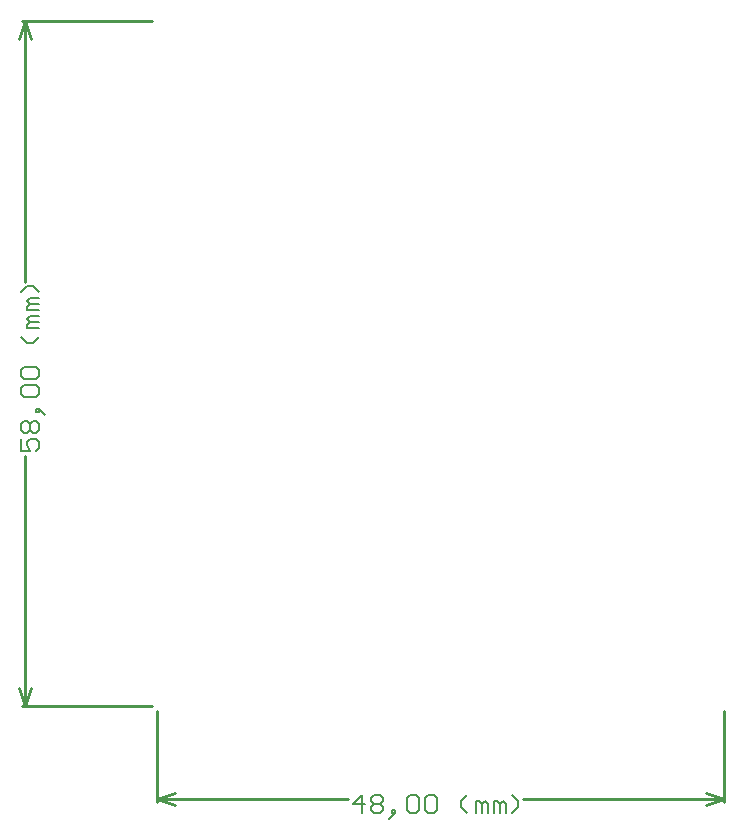
<source format=gm1>
G04 CAMtasticDXP RS274-X Output*
G04 Serial Number: 0000-00-00000*
G04 File Name:C:\UA\SALbot\Gerber files\Gerbtool\Garra2\garra_pcb2.gm1 *
%FSLAX23Y23*%
%MOMM*%
%SFA1B1*%

%IPPOS*%
%ADD27C,0.253999*%
%ADD43C,0.152400*%
G54D27*
X-10413Y59001D02*
X597D01*
X-10413Y1001D02*
X597D01*
X-10159Y36983D02*
Y59001D01*
Y1001D02*
Y22205D01*
X-10667Y57477D02*
X-10159Y59001D01*
X-9651Y57477*
X-10159Y1001D02*
X-9651Y2525D01*
X-10667D02*
X-10159Y1001D01*
X49001Y-7111D02*
Y597D01*
X1001Y-7111D02*
Y597D01*
X31983Y-6857D02*
X49001D01*
X1001D02*
X17205D01*
X47477Y-6349D02*
X49001Y-6857D01*
X47477Y-7365D02*
X49001Y-6857D01*
X1001D02*
X2525Y-7365D01*
X1001Y-6857D02*
X2525Y-6349D01*
G54D43*
X-10515Y23627D02*
Y22611D01*
X-9753*
X-10007Y23119*
Y23373*
X-9753Y23627*
X-9245*
X-8991Y23373*
Y22865*
X-9245Y22611*
X-10261Y24135D02*
X-10515Y24389D01*
Y24897*
X-10261Y25151*
X-10007*
X-9753Y24897*
X-9499Y25151*
X-9245*
X-8991Y24897*
Y24389*
X-9245Y24135*
X-9499*
X-9753Y24389*
X-10007Y24135*
X-10261*
X-9753Y24389D02*
Y24897D01*
X-8737Y25912D02*
X-8991Y26166D01*
X-9245*
Y25912*
X-8991*
Y26166*
X-8737Y25912*
X-8484Y25658*
X-10261Y27182D02*
X-10515Y27436D01*
Y27944*
X-10261Y28198*
X-9245*
X-8991Y27944*
Y27436*
X-9245Y27182*
X-10261*
Y28705D02*
X-10515Y28959D01*
Y29467*
X-10261Y29721*
X-9245*
X-8991Y29467*
Y28959*
X-9245Y28705*
X-10261*
X-8991Y32260D02*
X-9499Y31752D01*
X-10007*
X-10515Y32260*
X-8991Y33022D02*
X-10007D01*
Y33276*
X-9753Y33530*
X-8991*
X-9753*
X-10007Y33784*
X-9753Y34038*
X-8991*
Y34546D02*
X-10007D01*
Y34799*
X-9753Y35053*
X-8991*
X-9753*
X-10007Y35307*
X-9753Y35561*
X-8991*
Y36069D02*
X-9499Y36577D01*
X-10007*
X-10515Y36069*
X18373Y-8026D02*
Y-6502D01*
X17611Y-7264*
X18627*
X19135Y-6756D02*
X19389Y-6502D01*
X19897*
X20151Y-6756*
Y-7010*
X19897Y-7264*
X20151Y-7518*
Y-7772*
X19897Y-8026*
X19389*
X19135Y-7772*
Y-7518*
X19389Y-7264*
X19135Y-7010*
Y-6756*
X19389Y-7264D02*
X19897D01*
X20912Y-8279D02*
X21166Y-8026D01*
Y-7772*
X20912*
Y-8026*
X21166*
X20912Y-8279*
X20658Y-8533*
X22182Y-6756D02*
X22436Y-6502D01*
X22944*
X23198Y-6756*
Y-7772*
X22944Y-8026*
X22436*
X22182Y-7772*
Y-6756*
X23705D02*
X23959Y-6502D01*
X24467*
X24721Y-6756*
Y-7772*
X24467Y-8026*
X23959*
X23705Y-7772*
Y-6756*
X27260Y-8026D02*
X26752Y-7518D01*
Y-7010*
X27260Y-6502*
X28022Y-8026D02*
Y-7010D01*
X28276*
X28530Y-7264*
Y-8026*
Y-7264*
X28784Y-7010*
X29038Y-7264*
Y-8026*
X29546D02*
Y-7010D01*
X29799*
X30053Y-7264*
Y-8026*
Y-7264*
X30307Y-7010*
X30561Y-7264*
Y-8026*
X31069D02*
X31577Y-7518D01*
Y-7010*
X31069Y-6502*
M02*
</source>
